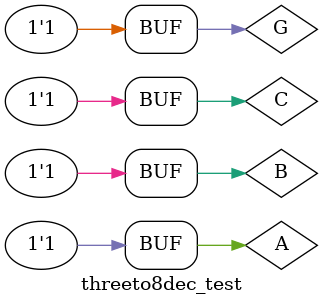
<source format=v>
`timescale 1ns / 1ps


module threeto8dec_test;

	// Inputs
	reg G;
	reg A;
	reg B;
	reg C;

	// Outputs
	wire [7:0] Y;

	// Instantiate the Unit Under Test (UUT)
	threeto8dec uut (
		.G(G), 
		.A(A), 
		.B(B), 
		.C(C), 
		.Y(Y)
	);

	initial begin
		// Initialize Inputs
		G = 0;
		A = 0;
		B = 0;
		C = 0;

		// Wait 100 ns for global reset to finish
		#50 G = 0; A = 1; B = 0; C = 0;
		#50 G = 0; A = 0; B = 1; C = 0;
		#50 G = 0; A = 1; B = 1; C = 0;
		
		#50 G = 0; A = 0; B = 0; C = 1;
		#50 G = 0; A = 1; B = 0; C = 1;
		#50 G = 0; A = 0; B = 1; C = 1;
		#50 G = 0; A = 1; B = 1; C = 1;
		
		
		#50 G = 1; A = 0; B = 0; C = 0;
		#50 G = 1; A = 1; B = 0; C = 0;
		#50 G = 1; A = 0; B = 1; C = 0;
		#50 G = 1; A = 1; B = 1; C = 0;
		
		#50 G = 1; A = 0; B = 0; C = 1;
		#50 G = 1; A = 1; B = 0; C = 1;
		#50 G = 1; A = 0; B = 1; C = 1;
		#50 G = 1; A = 1; B = 1; C = 1;
		// Add stimulus here

	end
      
endmodule


</source>
